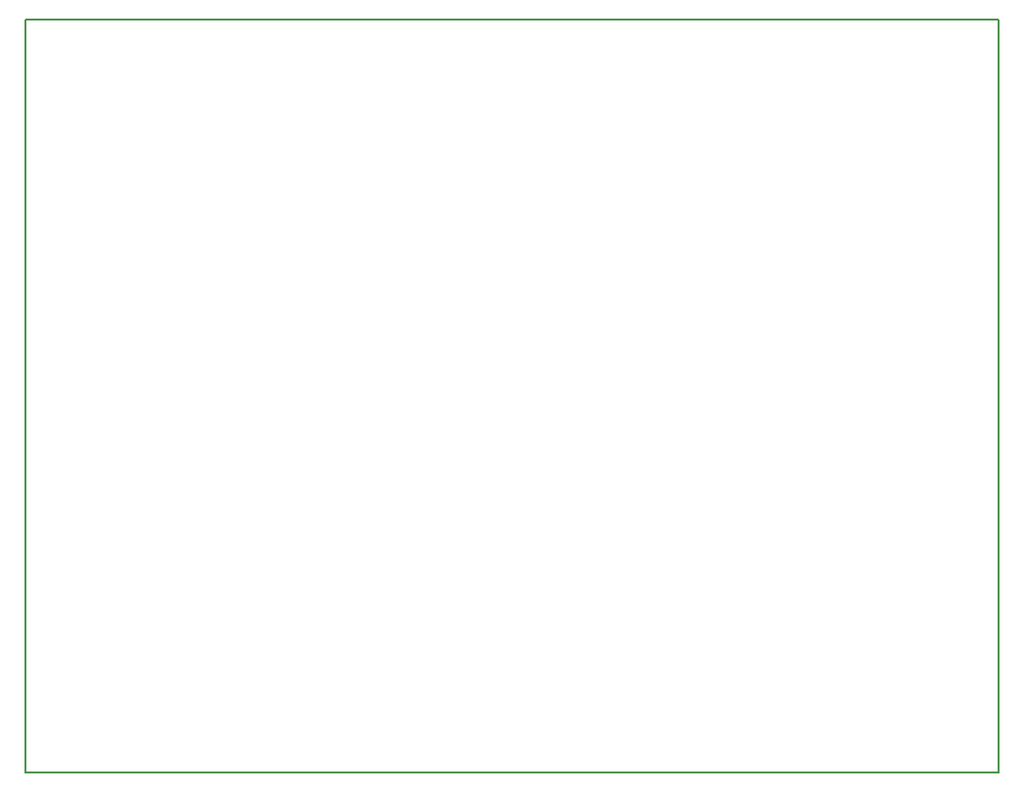
<source format=gbr>
G04 #@! TF.GenerationSoftware,KiCad,Pcbnew,(5.0.2)-1*
G04 #@! TF.CreationDate,2019-01-24T01:53:05-05:00*
G04 #@! TF.ProjectId,plate,706c6174-652e-46b6-9963-61645f706362,rev?*
G04 #@! TF.SameCoordinates,Original*
G04 #@! TF.FileFunction,Profile,NP*
%FSLAX46Y46*%
G04 Gerber Fmt 4.6, Leading zero omitted, Abs format (unit mm)*
G04 Created by KiCad (PCBNEW (5.0.2)-1) date 1/24/2019 1:53:05 AM*
%MOMM*%
%LPD*%
G01*
G04 APERTURE LIST*
%ADD10C,0.200000*%
G04 APERTURE END LIST*
D10*
X13843000Y-13398500D02*
X98107500Y-13398500D01*
X13843000Y-78613000D02*
X13843000Y-13398500D01*
X98107500Y-78613000D02*
X13843000Y-78613000D01*
X98107500Y-13398500D02*
X98107500Y-78613000D01*
M02*

</source>
